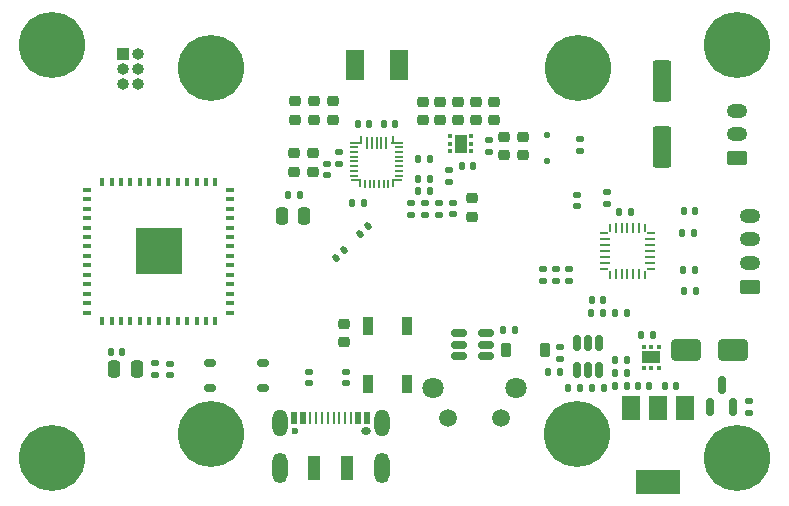
<source format=gbr>
%TF.GenerationSoftware,KiCad,Pcbnew,7.0.6*%
%TF.CreationDate,2024-03-18T22:21:07-04:00*%
%TF.ProjectId,Receiver,52656365-6976-4657-922e-6b696361645f,rev?*%
%TF.SameCoordinates,Original*%
%TF.FileFunction,Soldermask,Top*%
%TF.FilePolarity,Negative*%
%FSLAX46Y46*%
G04 Gerber Fmt 4.6, Leading zero omitted, Abs format (unit mm)*
G04 Created by KiCad (PCBNEW 7.0.6) date 2024-03-18 22:21:07*
%MOMM*%
%LPD*%
G01*
G04 APERTURE LIST*
G04 Aperture macros list*
%AMRoundRect*
0 Rectangle with rounded corners*
0 $1 Rounding radius*
0 $2 $3 $4 $5 $6 $7 $8 $9 X,Y pos of 4 corners*
0 Add a 4 corners polygon primitive as box body*
4,1,4,$2,$3,$4,$5,$6,$7,$8,$9,$2,$3,0*
0 Add four circle primitives for the rounded corners*
1,1,$1+$1,$2,$3*
1,1,$1+$1,$4,$5*
1,1,$1+$1,$6,$7*
1,1,$1+$1,$8,$9*
0 Add four rect primitives between the rounded corners*
20,1,$1+$1,$2,$3,$4,$5,0*
20,1,$1+$1,$4,$5,$6,$7,0*
20,1,$1+$1,$6,$7,$8,$9,0*
20,1,$1+$1,$8,$9,$2,$3,0*%
%AMFreePoly0*
4,1,14,0.230680,0.111820,0.364320,-0.021821,0.377500,-0.053642,0.377500,-0.080000,0.364320,-0.111820,0.332500,-0.125000,-0.332500,-0.125000,-0.364320,-0.111820,-0.377500,-0.080000,-0.377500,0.080000,-0.364320,0.111820,-0.332500,0.125000,0.198860,0.125000,0.230680,0.111820,0.230680,0.111820,$1*%
%AMFreePoly1*
4,1,14,0.364320,0.111820,0.377500,0.080000,0.377501,0.053640,0.364318,0.021819,0.230680,-0.111820,0.198860,-0.125000,-0.332500,-0.125000,-0.364320,-0.111820,-0.377500,-0.080000,-0.377500,0.080000,-0.364320,0.111820,-0.332500,0.125000,0.332500,0.125000,0.364320,0.111820,0.364320,0.111820,$1*%
%AMFreePoly2*
4,1,15,0.053642,0.377500,0.080000,0.377500,0.111820,0.364320,0.125000,0.332500,0.125000,-0.332500,0.111820,-0.364320,0.080000,-0.377500,-0.080000,-0.377500,-0.111820,-0.364320,-0.125000,-0.332500,-0.125000,0.198860,-0.111820,0.230680,0.021820,0.364320,0.053640,0.377501,0.053642,0.377500,0.053642,0.377500,$1*%
%AMFreePoly3*
4,1,14,-0.021820,0.364320,0.111820,0.230679,0.125001,0.198860,0.125000,-0.332500,0.111820,-0.364320,0.080000,-0.377500,-0.080000,-0.377500,-0.111820,-0.364320,-0.125000,-0.332500,-0.125000,0.332500,-0.111820,0.364320,-0.080000,0.377500,-0.053640,0.377500,-0.021820,0.364320,-0.021820,0.364320,$1*%
%AMFreePoly4*
4,1,14,0.364320,0.111820,0.377500,0.080000,0.377500,-0.080000,0.364320,-0.111820,0.332500,-0.125000,-0.198860,-0.125001,-0.230680,-0.111818,-0.364320,0.021820,-0.377500,0.053640,-0.377500,0.080000,-0.364320,0.111820,-0.332500,0.125000,0.332500,0.125000,0.364320,0.111820,0.364320,0.111820,$1*%
%AMFreePoly5*
4,1,15,-0.198858,0.125000,0.332500,0.125000,0.364320,0.111820,0.377500,0.080000,0.377500,-0.080000,0.364320,-0.111820,0.332500,-0.125000,-0.332500,-0.125000,-0.364320,-0.111820,-0.377500,-0.080000,-0.377500,-0.053640,-0.364320,-0.021820,-0.230680,0.111820,-0.198860,0.125001,-0.198858,0.125000,-0.198858,0.125000,$1*%
%AMFreePoly6*
4,1,14,0.111820,0.364320,0.125000,0.332500,0.125001,-0.198860,0.111818,-0.230680,-0.021820,-0.364320,-0.053640,-0.377500,-0.080000,-0.377500,-0.111820,-0.364320,-0.125000,-0.332500,-0.125000,0.332500,-0.111820,0.364320,-0.080000,0.377500,0.080000,0.377500,0.111820,0.364320,0.111820,0.364320,$1*%
%AMFreePoly7*
4,1,14,0.111820,0.364320,0.125000,0.332500,0.125000,-0.332500,0.111820,-0.364320,0.080000,-0.377500,0.053640,-0.377501,0.021819,-0.364318,-0.111820,-0.230680,-0.125000,-0.198860,-0.125000,0.332500,-0.111820,0.364320,-0.080000,0.377500,0.080000,0.377500,0.111820,0.364320,0.111820,0.364320,$1*%
G04 Aperture macros list end*
%ADD10RoundRect,0.050000X-0.425000X-0.050000X0.425000X-0.050000X0.425000X0.050000X-0.425000X0.050000X0*%
%ADD11RoundRect,0.050000X-0.050000X-0.300000X0.050000X-0.300000X0.050000X0.300000X-0.050000X0.300000X0*%
%ADD12RoundRect,0.050000X-0.250000X-0.050000X0.250000X-0.050000X0.250000X0.050000X-0.250000X0.050000X0*%
%ADD13RoundRect,0.050000X-0.400000X-0.050000X0.400000X-0.050000X0.400000X0.050000X-0.400000X0.050000X0*%
%ADD14RoundRect,0.050000X-0.050000X-0.250000X0.050000X-0.250000X0.050000X0.250000X-0.050000X0.250000X0*%
%ADD15RoundRect,0.050000X0.050000X-0.300000X0.050000X0.300000X-0.050000X0.300000X-0.050000X-0.300000X0*%
%ADD16RoundRect,0.050000X-0.300000X-0.050000X0.300000X-0.050000X0.300000X0.050000X-0.300000X0.050000X0*%
%ADD17RoundRect,0.050000X-0.275000X-0.050000X0.275000X-0.050000X0.275000X0.050000X-0.275000X0.050000X0*%
%ADD18RoundRect,0.050000X-0.290000X-0.050000X0.290000X-0.050000X0.290000X0.050000X-0.290000X0.050000X0*%
%ADD19RoundRect,0.050000X-0.050000X-0.450000X0.050000X-0.450000X0.050000X0.450000X-0.050000X0.450000X0*%
%ADD20RoundRect,0.135000X0.135000X0.185000X-0.135000X0.185000X-0.135000X-0.185000X0.135000X-0.185000X0*%
%ADD21R,0.900000X1.500000*%
%ADD22RoundRect,0.225000X0.250000X-0.225000X0.250000X0.225000X-0.250000X0.225000X-0.250000X-0.225000X0*%
%ADD23RoundRect,0.225000X-0.225000X-0.375000X0.225000X-0.375000X0.225000X0.375000X-0.225000X0.375000X0*%
%ADD24RoundRect,0.250000X-1.000000X-0.650000X1.000000X-0.650000X1.000000X0.650000X-1.000000X0.650000X0*%
%ADD25RoundRect,0.135000X-0.135000X-0.185000X0.135000X-0.185000X0.135000X0.185000X-0.135000X0.185000X0*%
%ADD26RoundRect,0.140000X0.170000X-0.140000X0.170000X0.140000X-0.170000X0.140000X-0.170000X-0.140000X0*%
%ADD27RoundRect,0.140000X0.140000X0.170000X-0.140000X0.170000X-0.140000X-0.170000X0.140000X-0.170000X0*%
%ADD28RoundRect,0.250000X-0.550000X1.500000X-0.550000X-1.500000X0.550000X-1.500000X0.550000X1.500000X0*%
%ADD29RoundRect,0.135000X-0.185000X0.135000X-0.185000X-0.135000X0.185000X-0.135000X0.185000X0.135000X0*%
%ADD30R,1.500000X2.500000*%
%ADD31RoundRect,0.093750X0.106250X-0.093750X0.106250X0.093750X-0.106250X0.093750X-0.106250X-0.093750X0*%
%ADD32R,1.600000X1.000000*%
%ADD33RoundRect,0.140000X-0.140000X-0.170000X0.140000X-0.170000X0.140000X0.170000X-0.140000X0.170000X0*%
%ADD34RoundRect,0.150000X0.150000X-0.512500X0.150000X0.512500X-0.150000X0.512500X-0.150000X-0.512500X0*%
%ADD35C,3.600000*%
%ADD36C,5.600000*%
%ADD37RoundRect,0.093750X-0.093750X-0.106250X0.093750X-0.106250X0.093750X0.106250X-0.093750X0.106250X0*%
%ADD38R,1.000000X1.600000*%
%ADD39RoundRect,0.225000X-0.250000X0.225000X-0.250000X-0.225000X0.250000X-0.225000X0.250000X0.225000X0*%
%ADD40RoundRect,0.140000X-0.170000X0.140000X-0.170000X-0.140000X0.170000X-0.140000X0.170000X0.140000X0*%
%ADD41R,0.400000X0.800000*%
%ADD42R,0.800000X0.400000*%
%ADD43R,4.000000X4.000000*%
%ADD44RoundRect,0.218750X0.256250X-0.218750X0.256250X0.218750X-0.256250X0.218750X-0.256250X-0.218750X0*%
%ADD45RoundRect,0.140000X0.021213X-0.219203X0.219203X-0.021213X-0.021213X0.219203X-0.219203X0.021213X0*%
%ADD46RoundRect,0.135000X0.185000X-0.135000X0.185000X0.135000X-0.185000X0.135000X-0.185000X-0.135000X0*%
%ADD47RoundRect,0.140000X-0.021213X0.219203X-0.219203X0.021213X0.021213X-0.219203X0.219203X-0.021213X0*%
%ADD48RoundRect,0.250000X0.250000X0.475000X-0.250000X0.475000X-0.250000X-0.475000X0.250000X-0.475000X0*%
%ADD49RoundRect,0.150000X0.150000X-0.587500X0.150000X0.587500X-0.150000X0.587500X-0.150000X-0.587500X0*%
%ADD50C,1.498600*%
%ADD51C,1.803400*%
%ADD52RoundRect,0.125000X-0.125000X0.125000X-0.125000X-0.125000X0.125000X-0.125000X0.125000X0.125000X0*%
%ADD53R,1.500000X2.000000*%
%ADD54R,3.800000X2.000000*%
%ADD55R,1.000000X1.000000*%
%ADD56O,1.000000X1.000000*%
%ADD57RoundRect,0.250000X0.625000X-0.350000X0.625000X0.350000X-0.625000X0.350000X-0.625000X-0.350000X0*%
%ADD58O,1.750000X1.200000*%
%ADD59C,0.600000*%
%ADD60R,1.000000X2.000000*%
%ADD61O,0.850000X0.600000*%
%ADD62R,0.520000X1.000000*%
%ADD63R,0.270000X1.000000*%
%ADD64O,1.300000X2.300000*%
%ADD65O,1.300000X2.600000*%
%ADD66FreePoly0,270.000000*%
%ADD67RoundRect,0.062500X-0.062500X0.375000X-0.062500X-0.375000X0.062500X-0.375000X0.062500X0.375000X0*%
%ADD68FreePoly1,270.000000*%
%ADD69FreePoly2,270.000000*%
%ADD70RoundRect,0.062500X-0.375000X0.062500X-0.375000X-0.062500X0.375000X-0.062500X0.375000X0.062500X0*%
%ADD71FreePoly3,270.000000*%
%ADD72FreePoly4,270.000000*%
%ADD73FreePoly5,270.000000*%
%ADD74FreePoly6,270.000000*%
%ADD75FreePoly7,270.000000*%
%ADD76RoundRect,0.175000X0.325000X0.175000X-0.325000X0.175000X-0.325000X-0.175000X0.325000X-0.175000X0*%
%ADD77RoundRect,0.150000X0.512500X0.150000X-0.512500X0.150000X-0.512500X-0.150000X0.512500X-0.150000X0*%
G04 APERTURE END LIST*
D10*
%TO.C,BQ25792RQMR1*%
X146775000Y-90800000D03*
D11*
X147150000Y-90550000D03*
D12*
X146600000Y-91200000D03*
X146600000Y-91600000D03*
X146600000Y-92000000D03*
X146600000Y-92400000D03*
X146600000Y-92800000D03*
X146600000Y-93200000D03*
X146600000Y-93600000D03*
D13*
X146750000Y-94000000D03*
D11*
X147100000Y-94250000D03*
D14*
X147500000Y-94300000D03*
X147900000Y-94300000D03*
X148300000Y-94300000D03*
X148700000Y-94300000D03*
X149100000Y-94300000D03*
X149500000Y-94300000D03*
D15*
X149900000Y-94250000D03*
D13*
X150250000Y-94000000D03*
D16*
X150350000Y-93600000D03*
D17*
X150375000Y-93200000D03*
D18*
X150362500Y-92800000D03*
D12*
X150400000Y-92400000D03*
X150400000Y-92000000D03*
X150400000Y-91600000D03*
X150400000Y-91200000D03*
D11*
X149850000Y-90550000D03*
D10*
X150225000Y-90800000D03*
D19*
X149300000Y-90800000D03*
X148900000Y-90800000D03*
X148500000Y-90800000D03*
X148100000Y-90800000D03*
X147700000Y-90800000D03*
%TD*%
D20*
%TO.C,R7*%
X165710000Y-111600000D03*
X164690000Y-111600000D03*
%TD*%
D21*
%TO.C,D4*%
X147750000Y-106350000D03*
X151050000Y-106350000D03*
X151050000Y-111250000D03*
X147750000Y-111250000D03*
%TD*%
D22*
%TO.C,C14*%
X156900000Y-88875000D03*
X156900000Y-87325000D03*
%TD*%
D23*
%TO.C,D3*%
X159450000Y-108400000D03*
X162750000Y-108400000D03*
%TD*%
D24*
%TO.C,D5*%
X174700000Y-108400000D03*
X178700000Y-108400000D03*
%TD*%
D22*
%TO.C,C11*%
X144800000Y-88850000D03*
X144800000Y-87300000D03*
%TD*%
D25*
%TO.C,R28*%
X174371617Y-98450000D03*
X175391617Y-98450000D03*
%TD*%
%TO.C,R5*%
X146390000Y-95900000D03*
X147410000Y-95900000D03*
%TD*%
D26*
%TO.C,R2*%
X142800000Y-111180000D03*
X142800000Y-110220000D03*
%TD*%
D27*
%TO.C,R21*%
X171880000Y-107100000D03*
X170920000Y-107100000D03*
%TD*%
%TO.C,C36*%
X170011617Y-96700000D03*
X169051617Y-96700000D03*
%TD*%
D28*
%TO.C,C30*%
X172700000Y-85600000D03*
X172700000Y-91200000D03*
%TD*%
D29*
%TO.C,R20*%
X152600000Y-95890000D03*
X152600000Y-96910000D03*
%TD*%
D30*
%TO.C,L1*%
X150350000Y-84200000D03*
X146650000Y-84200000D03*
%TD*%
D31*
%TO.C,U4*%
X171100000Y-109875000D03*
X171750000Y-109875000D03*
X172400000Y-109875000D03*
X172400000Y-108100000D03*
X171750000Y-108100000D03*
X171100000Y-108100000D03*
D32*
X171750000Y-108987500D03*
%TD*%
D20*
%TO.C,R4*%
X142030000Y-95210000D03*
X141010000Y-95210000D03*
%TD*%
D33*
%TO.C,C25*%
X170620000Y-111400000D03*
X171580000Y-111400000D03*
%TD*%
D34*
%TO.C,U1*%
X165450000Y-110037500D03*
X166400000Y-110037500D03*
X167350000Y-110037500D03*
X167350000Y-107762500D03*
X166400000Y-107762500D03*
X165450000Y-107762500D03*
%TD*%
D35*
%TO.C,H1*%
X165500000Y-115500000D03*
D36*
X165500000Y-115500000D03*
%TD*%
D37*
%TO.C,U5*%
X154712500Y-90250000D03*
X154712500Y-90900000D03*
X154712500Y-91550000D03*
X156487500Y-91550000D03*
X156487500Y-90900000D03*
X156487500Y-90250000D03*
D38*
X155600000Y-90900000D03*
%TD*%
D33*
%TO.C,C29*%
X174501617Y-96600000D03*
X175461617Y-96600000D03*
%TD*%
D39*
%TO.C,C16*%
X159300000Y-90325000D03*
X159300000Y-91875000D03*
%TD*%
%TO.C,C18*%
X160900000Y-90325000D03*
X160900000Y-91875000D03*
%TD*%
D29*
%TO.C,R17*%
X153800000Y-95890000D03*
X153800000Y-96910000D03*
%TD*%
%TO.C,R13*%
X164000000Y-108090000D03*
X164000000Y-109110000D03*
%TD*%
D40*
%TO.C,C37*%
X167981617Y-95020000D03*
X167981617Y-95980000D03*
%TD*%
D27*
%TO.C,C23*%
X169680000Y-110300000D03*
X168720000Y-110300000D03*
%TD*%
D35*
%TO.C,H2*%
X165575000Y-84500000D03*
D36*
X165575000Y-84500000D03*
%TD*%
D40*
%TO.C,R1*%
X155000000Y-95920000D03*
X155000000Y-96880000D03*
%TD*%
D29*
%TO.C,R32*%
X162581617Y-101490000D03*
X162581617Y-102510000D03*
%TD*%
D41*
%TO.C,IC1*%
X125250000Y-105900000D03*
X126050000Y-105900000D03*
X126850000Y-105900000D03*
X127650000Y-105900000D03*
X128450000Y-105900000D03*
X129250000Y-105900000D03*
X130050000Y-105900000D03*
X130850000Y-105900000D03*
X131650000Y-105900000D03*
X132450000Y-105900000D03*
X133250000Y-105900000D03*
X134050000Y-105900000D03*
X134850000Y-105900000D03*
D42*
X136100000Y-105200000D03*
X136100000Y-104400000D03*
X136100000Y-103600000D03*
X136100000Y-102800000D03*
X136100000Y-102000000D03*
X136100000Y-101200000D03*
X136100000Y-100400000D03*
X136100000Y-99600000D03*
X136100000Y-98800000D03*
X136100000Y-98000000D03*
X136100000Y-97200000D03*
X136100000Y-96400000D03*
X136100000Y-95600000D03*
X136100000Y-94800000D03*
D41*
X134850000Y-94100000D03*
X134050000Y-94100000D03*
X133250000Y-94100000D03*
X132450000Y-94100000D03*
X131650000Y-94100000D03*
X130850000Y-94100000D03*
X130050000Y-94100000D03*
X129250000Y-94100000D03*
X128450000Y-94100000D03*
X127650000Y-94100000D03*
X126850000Y-94100000D03*
X126050000Y-94100000D03*
X125250000Y-94100000D03*
D42*
X124000000Y-94800000D03*
X124000000Y-95600000D03*
X124000000Y-96400000D03*
X124000000Y-97200000D03*
X124000000Y-98000000D03*
X124000000Y-98800000D03*
X124000000Y-99600000D03*
X124000000Y-100400000D03*
X124000000Y-101200000D03*
X124000000Y-102000000D03*
X124000000Y-102800000D03*
X124000000Y-103600000D03*
X124000000Y-104400000D03*
X124000000Y-105200000D03*
D43*
X130050000Y-100000000D03*
%TD*%
D44*
%TO.C,D1*%
X156600000Y-97087500D03*
X156600000Y-95512500D03*
%TD*%
D45*
%TO.C,R24*%
X147060589Y-98539411D03*
X147739411Y-97860589D03*
%TD*%
D39*
%TO.C,C6*%
X141500000Y-91725000D03*
X141500000Y-93275000D03*
%TD*%
D46*
%TO.C,R26*%
X129750000Y-110510000D03*
X129750000Y-109490000D03*
%TD*%
D40*
%TO.C,C35*%
X165481617Y-95220000D03*
X165481617Y-96180000D03*
%TD*%
D47*
%TO.C,R25*%
X145739411Y-99860589D03*
X145060589Y-100539411D03*
%TD*%
D27*
%TO.C,C24*%
X169680000Y-109200000D03*
X168720000Y-109200000D03*
%TD*%
D20*
%TO.C,R8*%
X153010000Y-92200000D03*
X151990000Y-92200000D03*
%TD*%
D48*
%TO.C,C31*%
X128200000Y-110000000D03*
X126300000Y-110000000D03*
%TD*%
D46*
%TO.C,R14*%
X158000000Y-91610000D03*
X158000000Y-90590000D03*
%TD*%
D35*
%TO.C,H7*%
X179000000Y-117500000D03*
D36*
X179000000Y-117500000D03*
%TD*%
D49*
%TO.C,Q1*%
X176750000Y-113175000D03*
X178650000Y-113175000D03*
X177700000Y-111300000D03*
%TD*%
D26*
%TO.C,C10*%
X144300000Y-93580000D03*
X144300000Y-92620000D03*
%TD*%
D50*
%TO.C,SW2*%
X154561749Y-114100000D03*
X159061750Y-114100000D03*
D51*
X153306749Y-111609701D03*
X160316750Y-111609701D03*
%TD*%
D29*
%TO.C,R19*%
X154600000Y-93090000D03*
X154600000Y-94110000D03*
%TD*%
D35*
%TO.C,H6*%
X179000000Y-82500000D03*
D36*
X179000000Y-82500000D03*
%TD*%
D25*
%TO.C,R29*%
X166681617Y-105200000D03*
X167701617Y-105200000D03*
%TD*%
D39*
%TO.C,C3*%
X143100000Y-91725000D03*
X143100000Y-93275000D03*
%TD*%
D27*
%TO.C,C20*%
X156680000Y-92800000D03*
X155720000Y-92800000D03*
%TD*%
D22*
%TO.C,C19*%
X158400000Y-88875000D03*
X158400000Y-87325000D03*
%TD*%
D52*
%TO.C,D6*%
X162900000Y-90200000D03*
X162900000Y-92400000D03*
%TD*%
D53*
%TO.C,U6*%
X174600000Y-113250000D03*
X172300000Y-113250000D03*
X170000000Y-113250000D03*
D54*
X172300000Y-119550000D03*
%TD*%
D55*
%TO.C,J5*%
X127030000Y-83330000D03*
D56*
X128300000Y-83330000D03*
X127030000Y-84600000D03*
X128300000Y-84600000D03*
X127030000Y-85870000D03*
X128300000Y-85870000D03*
%TD*%
D27*
%TO.C,C32*%
X126980000Y-108500000D03*
X126020000Y-108500000D03*
%TD*%
D35*
%TO.C,H4*%
X134500000Y-84500000D03*
D36*
X134500000Y-84500000D03*
%TD*%
D22*
%TO.C,C13*%
X141600000Y-88850000D03*
X141600000Y-87300000D03*
%TD*%
D20*
%TO.C,R6*%
X167710000Y-111600000D03*
X166690000Y-111600000D03*
%TD*%
D22*
%TO.C,C15*%
X153900000Y-88875000D03*
X153900000Y-87325000D03*
%TD*%
D33*
%TO.C,C28*%
X174551617Y-103400000D03*
X175511617Y-103400000D03*
%TD*%
D35*
%TO.C,H5*%
X121000000Y-82500000D03*
D36*
X121000000Y-82500000D03*
%TD*%
D35*
%TO.C,H3*%
X134500000Y-115500000D03*
D36*
X134500000Y-115500000D03*
%TD*%
D57*
%TO.C,J4*%
X179000000Y-92100000D03*
D58*
X179000000Y-90100000D03*
X179000000Y-88100000D03*
%TD*%
D25*
%TO.C,R27*%
X174421617Y-101550000D03*
X175441617Y-101550000D03*
%TD*%
D27*
%TO.C,C22*%
X169680000Y-111400000D03*
X168720000Y-111400000D03*
%TD*%
D59*
%TO.C,J1*%
X141600000Y-115250000D03*
D60*
X143200000Y-118350000D03*
X146000000Y-118350000D03*
D61*
X147600000Y-115250000D03*
D62*
X141500000Y-114150000D03*
X142250000Y-114150000D03*
D63*
X142850000Y-114150000D03*
X144350000Y-114150000D03*
X145350000Y-114150000D03*
X146350000Y-114150000D03*
D62*
X146950000Y-114150000D03*
X147700000Y-114150000D03*
X147700000Y-114150000D03*
X146950000Y-114150000D03*
D63*
X145850000Y-114150000D03*
X144850000Y-114150000D03*
X143850000Y-114150000D03*
X143350000Y-114150000D03*
D62*
X142250000Y-114150000D03*
X141500000Y-114150000D03*
D64*
X140280000Y-114525000D03*
D65*
X140280000Y-118350000D03*
D64*
X148920000Y-114525000D03*
D65*
X148920000Y-118350000D03*
%TD*%
D40*
%TO.C,C34*%
X131000000Y-109520000D03*
X131000000Y-110480000D03*
%TD*%
D33*
%TO.C,C27*%
X172920000Y-111400000D03*
X173880000Y-111400000D03*
%TD*%
D35*
%TO.C,H8*%
X121000000Y-117500000D03*
D36*
X121000000Y-117500000D03*
%TD*%
D33*
%TO.C,C8*%
X146920000Y-89200000D03*
X147880000Y-89200000D03*
%TD*%
D66*
%TO.C,A1*%
X171231617Y-98002500D03*
D67*
X170731617Y-98062500D03*
X170231617Y-98062500D03*
X169731617Y-98062500D03*
X169231617Y-98062500D03*
X168731617Y-98062500D03*
D68*
X168231617Y-98002500D03*
D69*
X167734117Y-98500000D03*
D70*
X167794117Y-99000000D03*
X167794117Y-99500000D03*
X167794117Y-100000000D03*
X167794117Y-100500000D03*
X167794117Y-101000000D03*
D71*
X167734117Y-101500000D03*
D72*
X168231617Y-101997500D03*
D67*
X168731617Y-101937500D03*
X169231617Y-101937500D03*
X169731617Y-101937500D03*
X170231617Y-101937500D03*
X170731617Y-101937500D03*
D73*
X171231617Y-101997500D03*
D74*
X171729117Y-101500000D03*
D70*
X171669117Y-101000000D03*
X171669117Y-100500000D03*
X171669117Y-100000000D03*
X171669117Y-99500000D03*
X171669117Y-99000000D03*
D75*
X171729117Y-98500000D03*
%TD*%
D33*
%TO.C,C33*%
X166701617Y-104100000D03*
X167661617Y-104100000D03*
%TD*%
D20*
%TO.C,R10*%
X164010000Y-110200000D03*
X162990000Y-110200000D03*
%TD*%
D25*
%TO.C,R30*%
X168671617Y-105200000D03*
X169691617Y-105200000D03*
%TD*%
D22*
%TO.C,C9*%
X143200000Y-88850000D03*
X143200000Y-87300000D03*
%TD*%
D29*
%TO.C,R18*%
X151400000Y-95890000D03*
X151400000Y-96910000D03*
%TD*%
D40*
%TO.C,C26*%
X165700000Y-90520000D03*
X165700000Y-91480000D03*
%TD*%
D25*
%TO.C,R22*%
X151990000Y-93900000D03*
X153010000Y-93900000D03*
%TD*%
D48*
%TO.C,D2*%
X142350000Y-97000000D03*
X140450000Y-97000000D03*
%TD*%
D20*
%TO.C,R12*%
X160210000Y-106700000D03*
X159190000Y-106700000D03*
%TD*%
D46*
%TO.C,R31*%
X163681617Y-102500000D03*
X163681617Y-101480000D03*
%TD*%
D76*
%TO.C,SW1*%
X138850000Y-111575000D03*
X134350000Y-111575000D03*
X138850000Y-109425000D03*
X134350000Y-109425000D03*
%TD*%
D40*
%TO.C,R15*%
X180000000Y-112720000D03*
X180000000Y-113680000D03*
%TD*%
%TO.C,C2*%
X145300000Y-91620000D03*
X145300000Y-92580000D03*
%TD*%
D46*
%TO.C,R23*%
X164781617Y-102510000D03*
X164781617Y-101490000D03*
%TD*%
D22*
%TO.C,C7*%
X145700000Y-107675000D03*
X145700000Y-106125000D03*
%TD*%
D77*
%TO.C,U2*%
X157737500Y-108850000D03*
X157737500Y-107900000D03*
X157737500Y-106950000D03*
X155462500Y-106950000D03*
X155462500Y-107900000D03*
X155462500Y-108850000D03*
%TD*%
D22*
%TO.C,C17*%
X152400000Y-88875000D03*
X152400000Y-87325000D03*
%TD*%
D27*
%TO.C,C12*%
X150080000Y-89200000D03*
X149120000Y-89200000D03*
%TD*%
D22*
%TO.C,C21*%
X155400000Y-88875000D03*
X155400000Y-87325000D03*
%TD*%
D25*
%TO.C,R16*%
X151990000Y-94900000D03*
X153010000Y-94900000D03*
%TD*%
D26*
%TO.C,R3*%
X145900000Y-111180000D03*
X145900000Y-110220000D03*
%TD*%
D57*
%TO.C,J6*%
X180131617Y-103000000D03*
D58*
X180131617Y-101000000D03*
X180131617Y-99000000D03*
X180131617Y-97000000D03*
%TD*%
M02*

</source>
